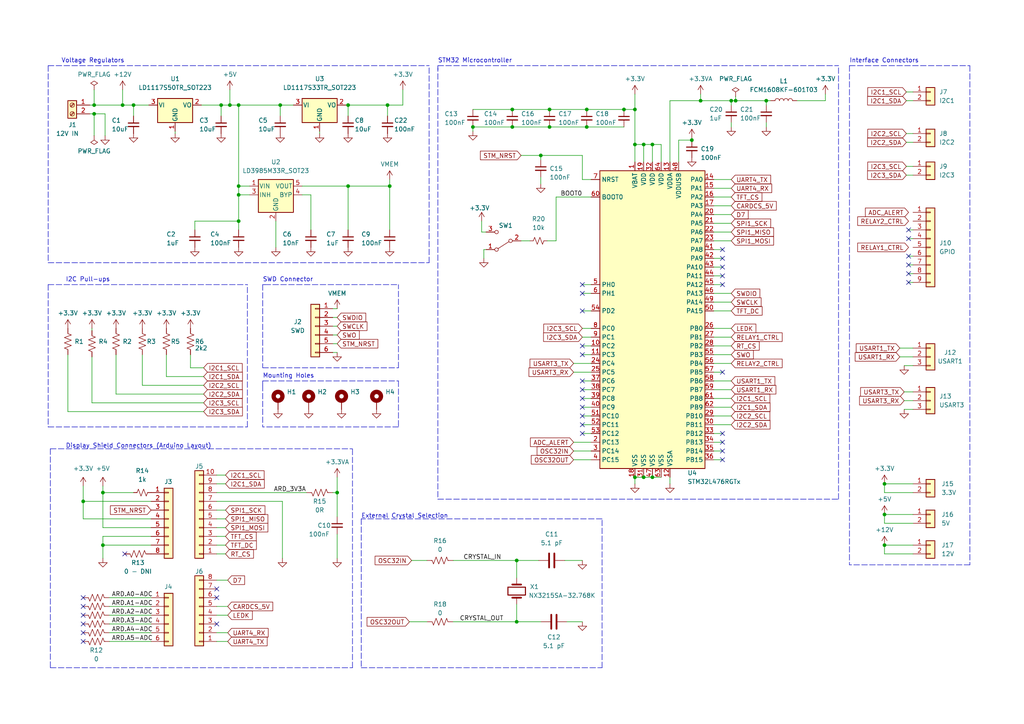
<source format=kicad_sch>
(kicad_sch (version 20211123) (generator eeschema)
  (paper "A4")
  (title_block (title "STM32L4 Breakout Board") (rev "1"))
  (junction (at 69.215 64.135))
  (junction (at 24.13 145.415))
  (junction (at 156.845 45.085))
  (junction (at 186.69 41.91))
  (junction (at 170.18 36.83))
  (junction (at 100.965 53.975))
  (junction (at 189.23 138.43))
  (junction (at 27.305 30.48))
  (junction (at 100.965 30.48))
  (junction (at 212.09 29.21))
  (junction (at 203.2 29.21))
  (junction (at 184.15 31.75))
  (junction (at 213.36 29.21))
  (junction (at 69.215 53.975))
  (junction (at 113.03 53.975))
  (junction (at 184.15 138.43))
  (junction (at 222.25 29.21))
  (junction (at 159.385 31.75))
  (junction (at 29.845 142.875))
  (junction (at 256.54 140.335))
  (junction (at 189.23 41.91))
  (junction (at 184.15 41.91))
  (junction (at 256.54 149.225))
  (junction (at 149.86 162.56))
  (junction (at 66.675 30.48))
  (junction (at 148.59 36.83))
  (junction (at 186.69 138.43))
  (junction (at 170.18 31.75))
  (junction (at 27.305 33.02))
  (junction (at 149.86 180.34))
  (junction (at 35.56 30.48))
  (junction (at 81.28 30.48))
  (junction (at 200.66 40.64))
  (junction (at 137.16 36.83))
  (junction (at 38.735 30.48))
  (junction (at 29.845 158.115))
  (junction (at 148.59 31.75))
  (junction (at 69.215 56.515))
  (junction (at 64.135 30.48))
  (junction (at 112.395 30.48))
  (junction (at 97.79 142.875))
  (junction (at 180.975 31.75))
  (junction (at 256.54 158.115))
  (junction (at 69.215 30.48))
  (junction (at 159.385 36.83))
  (no_connect (at 209.55 125.73))
  (no_connect (at 24.13 183.515))
  (no_connect (at 168.91 82.55))
  (no_connect (at 168.91 90.17))
  (no_connect (at 62.865 170.815))
  (no_connect (at 24.13 173.355))
  (no_connect (at 209.55 80.01))
  (no_connect (at 168.91 115.57))
  (no_connect (at 209.55 107.95))
  (no_connect (at 263.525 69.215))
  (no_connect (at 209.55 128.27))
  (no_connect (at 168.91 113.03))
  (no_connect (at 24.13 178.435))
  (no_connect (at 62.865 180.975))
  (no_connect (at 209.55 72.39))
  (no_connect (at 168.91 100.33))
  (no_connect (at 209.55 77.47))
  (no_connect (at 168.91 120.65))
  (no_connect (at 209.55 74.93))
  (no_connect (at 263.525 81.915))
  (no_connect (at 263.525 66.675))
  (no_connect (at 263.525 79.375))
  (no_connect (at 209.55 130.81))
  (no_connect (at 168.91 123.19))
  (no_connect (at 263.525 76.835))
  (no_connect (at 168.91 125.73))
  (no_connect (at 24.13 180.975))
  (no_connect (at 263.525 74.295))
  (no_connect (at 209.55 82.55))
  (no_connect (at 36.195 160.655))
  (no_connect (at 168.91 85.09))
  (no_connect (at 168.91 102.87))
  (no_connect (at 62.865 173.355))
  (no_connect (at 24.13 175.895))
  (no_connect (at 209.55 133.35))
  (no_connect (at 24.13 186.055))
  (no_connect (at 168.91 118.11))
  (no_connect (at 168.91 110.49))
  (polyline (pts (xy 127 19.05) (xy 127 144.78)))
  (wire (pts (xy 256.54 160.655) (xy 256.54 158.115)))
  (wire (pts (xy 207.01 115.57) (xy 212.09 115.57)))
  (wire (pts (xy 148.59 36.83) (xy 159.385 36.83)))
  (wire (pts (xy 31.75 175.895) (xy 43.815 175.895)))
  (polyline (pts (xy 115.57 110.49) (xy 115.57 123.825)))
  (wire (pts (xy 69.215 53.975) (xy 69.215 56.515)))
  (wire (pts (xy 30.48 33.02) (xy 30.48 39.37)))
  (wire (pts (xy 196.85 40.64) (xy 196.85 46.99)))
  (wire (pts (xy 31.75 180.975) (xy 43.815 180.975)))
  (polyline (pts (xy 13.97 19.05) (xy 124.46 19.05)))
  (polyline (pts (xy 174.625 193.675) (xy 174.625 150.495)))
  (wire (pts (xy 119.38 162.56) (xy 123.825 162.56)))
  (wire (pts (xy 168.91 52.07) (xy 168.91 45.085)))
  (polyline (pts (xy 76.835 82.55) (xy 76.2 82.55)))
  (polyline (pts (xy 127 144.78) (xy 243.205 144.78)))
  (wire (pts (xy 207.01 69.85) (xy 212.09 69.85)))
  (polyline (pts (xy 115.57 123.825) (xy 76.2 123.825)))
  (polyline (pts (xy 13.97 76.2) (xy 124.46 76.2)))
  (wire (pts (xy 212.09 29.21) (xy 212.09 30.48)))
  (wire (pts (xy 113.03 66.675) (xy 113.03 53.975)))
  (wire (pts (xy 64.135 30.48) (xy 64.135 33.655)))
  (wire (pts (xy 168.91 102.87) (xy 171.45 102.87)))
  (wire (pts (xy 43.815 150.495) (xy 24.13 150.495)))
  (wire (pts (xy 207.01 113.03) (xy 212.09 113.03)))
  (polyline (pts (xy 13.97 82.55) (xy 71.755 82.55)))
  (wire (pts (xy 207.01 107.95) (xy 209.55 107.95)))
  (wire (pts (xy 168.91 162.56) (xy 163.83 162.56)))
  (wire (pts (xy 159.385 31.75) (xy 170.18 31.75)))
  (wire (pts (xy 207.01 125.73) (xy 209.55 125.73)))
  (wire (pts (xy 149.86 180.34) (xy 131.445 180.34)))
  (wire (pts (xy 262.255 116.205) (xy 264.795 116.205)))
  (wire (pts (xy 62.865 158.115) (xy 65.405 158.115)))
  (wire (pts (xy 168.91 125.73) (xy 171.45 125.73)))
  (wire (pts (xy 27.305 33.02) (xy 27.305 39.37)))
  (wire (pts (xy 96.52 94.615) (xy 97.79 94.615)))
  (wire (pts (xy 19.685 119.38) (xy 19.685 102.87)))
  (wire (pts (xy 100.965 30.48) (xy 112.395 30.48)))
  (wire (pts (xy 149.86 162.56) (xy 149.86 167.64)))
  (wire (pts (xy 35.56 26.035) (xy 35.56 30.48)))
  (wire (pts (xy 207.01 87.63) (xy 212.09 87.63)))
  (wire (pts (xy 96.52 102.235) (xy 97.79 102.235)))
  (wire (pts (xy 151.13 45.085) (xy 156.845 45.085)))
  (wire (pts (xy 62.865 160.655) (xy 65.405 160.655)))
  (wire (pts (xy 189.23 41.91) (xy 191.77 41.91)))
  (wire (pts (xy 137.16 36.83) (xy 137.16 38.1)))
  (wire (pts (xy 26.035 30.48) (xy 27.305 30.48)))
  (wire (pts (xy 166.37 128.27) (xy 171.45 128.27)))
  (wire (pts (xy 262.89 48.26) (xy 264.795 48.26)))
  (wire (pts (xy 194.31 29.21) (xy 203.2 29.21)))
  (wire (pts (xy 264.795 160.655) (xy 256.54 160.655)))
  (wire (pts (xy 96.52 97.155) (xy 97.79 97.155)))
  (wire (pts (xy 149.86 175.26) (xy 149.86 180.34)))
  (polyline (pts (xy 102.235 193.675) (xy 102.235 130.175)))
  (wire (pts (xy 207.01 52.07) (xy 212.09 52.07)))
  (wire (pts (xy 184.15 41.91) (xy 186.69 41.91)))
  (wire (pts (xy 43.815 153.035) (xy 29.845 153.035)))
  (wire (pts (xy 59.055 114.3) (xy 33.655 114.3)))
  (wire (pts (xy 156.845 180.34) (xy 149.86 180.34)))
  (wire (pts (xy 35.56 30.48) (xy 38.735 30.48)))
  (wire (pts (xy 27.305 26.035) (xy 27.305 30.48)))
  (wire (pts (xy 213.36 29.21) (xy 222.25 29.21)))
  (polyline (pts (xy 124.46 76.2) (xy 124.46 19.05)))
  (wire (pts (xy 186.69 138.43) (xy 189.23 138.43)))
  (wire (pts (xy 166.37 105.41) (xy 171.45 105.41)))
  (wire (pts (xy 96.52 92.075) (xy 97.79 92.075)))
  (wire (pts (xy 56.515 66.675) (xy 56.515 64.135)))
  (wire (pts (xy 207.01 120.65) (xy 212.09 120.65)))
  (polyline (pts (xy 104.775 150.495) (xy 104.775 193.675)))
  (polyline (pts (xy 71.755 123.825) (xy 71.755 82.55)))
  (wire (pts (xy 207.01 74.93) (xy 209.55 74.93)))
  (wire (pts (xy 231.14 29.21) (xy 239.395 29.21)))
  (wire (pts (xy 263.525 69.215) (xy 264.795 69.215)))
  (wire (pts (xy 262.255 113.665) (xy 264.795 113.665)))
  (wire (pts (xy 213.36 27.94) (xy 213.36 29.21)))
  (wire (pts (xy 62.865 137.795) (xy 65.405 137.795)))
  (wire (pts (xy 96.52 99.695) (xy 97.79 99.695)))
  (wire (pts (xy 58.42 30.48) (xy 64.135 30.48)))
  (wire (pts (xy 168.91 115.57) (xy 171.45 115.57)))
  (wire (pts (xy 137.16 36.83) (xy 148.59 36.83)))
  (wire (pts (xy 81.915 145.415) (xy 81.915 161.925)))
  (wire (pts (xy 207.01 59.69) (xy 212.09 59.69)))
  (wire (pts (xy 184.15 31.75) (xy 184.15 41.91)))
  (wire (pts (xy 112.395 30.48) (xy 112.395 33.655)))
  (wire (pts (xy 161.29 69.85) (xy 161.29 57.15)))
  (wire (pts (xy 27.305 30.48) (xy 35.56 30.48)))
  (wire (pts (xy 262.89 26.67) (xy 264.795 26.67)))
  (wire (pts (xy 168.91 100.33) (xy 171.45 100.33)))
  (wire (pts (xy 207.01 72.39) (xy 209.55 72.39)))
  (wire (pts (xy 62.865 140.335) (xy 65.405 140.335)))
  (wire (pts (xy 100.33 30.48) (xy 100.965 30.48)))
  (wire (pts (xy 31.75 186.055) (xy 43.815 186.055)))
  (wire (pts (xy 264.795 106.045) (xy 262.255 106.045)))
  (wire (pts (xy 24.13 150.495) (xy 24.13 145.415)))
  (wire (pts (xy 65.405 147.955) (xy 62.865 147.955)))
  (wire (pts (xy 156.845 51.435) (xy 156.845 53.34)))
  (wire (pts (xy 139.7 64.135) (xy 139.7 67.31)))
  (wire (pts (xy 97.79 161.925) (xy 97.79 154.94)))
  (wire (pts (xy 62.865 175.895) (xy 66.04 175.895)))
  (wire (pts (xy 262.89 41.275) (xy 264.795 41.275)))
  (wire (pts (xy 26.035 33.02) (xy 27.305 33.02)))
  (wire (pts (xy 59.055 111.76) (xy 41.275 111.76)))
  (wire (pts (xy 69.215 30.48) (xy 69.215 53.975)))
  (polyline (pts (xy 76.2 110.49) (xy 76.2 111.76)))
  (wire (pts (xy 90.17 56.515) (xy 90.17 66.675)))
  (wire (pts (xy 168.91 82.55) (xy 171.45 82.55)))
  (wire (pts (xy 263.525 79.375) (xy 264.795 79.375)))
  (wire (pts (xy 256.54 149.225) (xy 264.795 149.225)))
  (wire (pts (xy 64.135 30.48) (xy 66.675 30.48)))
  (wire (pts (xy 168.91 123.19) (xy 171.45 123.19)))
  (wire (pts (xy 168.91 95.25) (xy 171.45 95.25)))
  (wire (pts (xy 239.395 27.305) (xy 239.395 29.21)))
  (wire (pts (xy 207.01 64.77) (xy 212.09 64.77)))
  (wire (pts (xy 207.01 67.31) (xy 212.09 67.31)))
  (wire (pts (xy 140.335 72.39) (xy 140.335 74.93)))
  (wire (pts (xy 189.23 138.43) (xy 191.77 138.43)))
  (polyline (pts (xy 13.97 123.825) (xy 71.755 123.825)))
  (wire (pts (xy 212.09 35.56) (xy 212.09 36.83)))
  (wire (pts (xy 69.215 53.975) (xy 72.39 53.975)))
  (wire (pts (xy 263.525 81.915) (xy 264.795 81.915)))
  (wire (pts (xy 116.84 30.48) (xy 116.84 26.035)))
  (wire (pts (xy 50.8 38.1) (xy 50.8 38.735)))
  (wire (pts (xy 43.815 145.415) (xy 24.13 145.415)))
  (wire (pts (xy 262.89 38.735) (xy 264.795 38.735)))
  (wire (pts (xy 207.01 100.33) (xy 212.09 100.33)))
  (wire (pts (xy 97.79 149.86) (xy 97.79 142.875)))
  (wire (pts (xy 59.055 109.22) (xy 48.26 109.22)))
  (wire (pts (xy 180.975 31.75) (xy 184.15 31.75)))
  (polyline (pts (xy 76.2 110.49) (xy 115.57 110.49)))
  (wire (pts (xy 203.2 29.21) (xy 212.09 29.21)))
  (wire (pts (xy 62.865 186.055) (xy 66.04 186.055)))
  (wire (pts (xy 62.865 178.435) (xy 66.04 178.435)))
  (wire (pts (xy 55.245 106.68) (xy 55.245 102.87)))
  (wire (pts (xy 256.54 140.335) (xy 264.795 140.335)))
  (polyline (pts (xy 115.57 106.68) (xy 115.57 82.55)))
  (wire (pts (xy 207.01 54.61) (xy 212.09 54.61)))
  (wire (pts (xy 262.89 50.8) (xy 264.795 50.8)))
  (wire (pts (xy 194.31 46.99) (xy 194.31 29.21)))
  (polyline (pts (xy 76.2 82.55) (xy 76.2 106.68)))
  (wire (pts (xy 80.01 64.135) (xy 80.01 71.755)))
  (wire (pts (xy 186.69 41.91) (xy 186.69 46.99)))
  (wire (pts (xy 260.985 100.965) (xy 264.795 100.965)))
  (polyline (pts (xy 104.775 193.675) (xy 174.625 193.675)))
  (wire (pts (xy 194.31 138.43) (xy 194.31 140.335)))
  (wire (pts (xy 200.66 40.64) (xy 196.85 40.64)))
  (wire (pts (xy 81.28 30.48) (xy 85.09 30.48)))
  (wire (pts (xy 96.52 142.875) (xy 97.79 142.875)))
  (wire (pts (xy 264.795 151.765) (xy 256.54 151.765)))
  (polyline (pts (xy 246.38 19.05) (xy 246.38 163.83)))
  (wire (pts (xy 159.385 36.83) (xy 170.18 36.83)))
  (wire (pts (xy 31.75 173.355) (xy 43.815 173.355)))
  (wire (pts (xy 207.01 102.87) (xy 212.09 102.87)))
  (polyline (pts (xy 13.97 19.05) (xy 13.97 76.2)))
  (wire (pts (xy 207.01 82.55) (xy 209.55 82.55)))
  (wire (pts (xy 170.18 31.75) (xy 180.975 31.75)))
  (polyline (pts (xy 76.2 106.68) (xy 115.57 106.68)))
  (wire (pts (xy 189.23 41.91) (xy 189.23 46.99)))
  (wire (pts (xy 256.54 151.765) (xy 256.54 149.225)))
  (wire (pts (xy 263.525 74.295) (xy 264.795 74.295)))
  (wire (pts (xy 158.75 69.85) (xy 161.29 69.85)))
  (wire (pts (xy 186.69 41.91) (xy 189.23 41.91)))
  (wire (pts (xy 43.815 155.575) (xy 29.845 155.575)))
  (wire (pts (xy 113.03 53.975) (xy 100.965 53.975)))
  (wire (pts (xy 140.97 72.39) (xy 140.335 72.39)))
  (wire (pts (xy 38.735 30.48) (xy 38.735 33.655)))
  (wire (pts (xy 69.215 56.515) (xy 72.39 56.515)))
  (wire (pts (xy 113.03 52.07) (xy 113.03 53.975)))
  (wire (pts (xy 29.845 142.875) (xy 38.735 142.875)))
  (wire (pts (xy 137.16 31.75) (xy 148.59 31.75)))
  (wire (pts (xy 264.795 158.115) (xy 256.54 158.115)))
  (wire (pts (xy 166.37 107.95) (xy 171.45 107.95)))
  (wire (pts (xy 168.91 180.34) (xy 164.465 180.34)))
  (polyline (pts (xy 243.205 144.78) (xy 243.205 19.05)))
  (wire (pts (xy 100.965 30.48) (xy 100.965 33.655)))
  (wire (pts (xy 207.01 57.15) (xy 212.09 57.15)))
  (wire (pts (xy 184.15 138.43) (xy 184.15 140.335)))
  (wire (pts (xy 184.15 27.305) (xy 184.15 31.75)))
  (wire (pts (xy 29.845 142.875) (xy 29.845 153.035)))
  (polyline (pts (xy 76.835 82.55) (xy 115.57 82.55)))
  (wire (pts (xy 264.795 142.875) (xy 256.54 142.875)))
  (wire (pts (xy 207.01 97.79) (xy 212.09 97.79)))
  (wire (pts (xy 207.01 130.81) (xy 209.55 130.81)))
  (wire (pts (xy 168.91 85.09) (xy 171.45 85.09)))
  (wire (pts (xy 97.79 138.43) (xy 97.79 142.875)))
  (wire (pts (xy 65.405 153.035) (xy 62.865 153.035)))
  (polyline (pts (xy 14.605 193.675) (xy 102.235 193.675)))
  (wire (pts (xy 222.25 29.21) (xy 222.25 30.48)))
  (wire (pts (xy 203.2 29.21) (xy 203.2 27.305)))
  (wire (pts (xy 29.845 155.575) (xy 29.845 158.115)))
  (polyline (pts (xy 281.305 19.05) (xy 281.305 163.83)))
  (wire (pts (xy 27.305 33.02) (xy 30.48 33.02)))
  (wire (pts (xy 87.63 56.515) (xy 90.17 56.515)))
  (wire (pts (xy 207.01 128.27) (xy 209.55 128.27)))
  (wire (pts (xy 29.845 158.115) (xy 29.845 161.925)))
  (wire (pts (xy 139.7 67.31) (xy 140.97 67.31)))
  (wire (pts (xy 184.15 46.99) (xy 184.15 41.91)))
  (wire (pts (xy 156.845 45.085) (xy 156.845 46.355)))
  (wire (pts (xy 263.525 66.675) (xy 264.795 66.675)))
  (wire (pts (xy 31.75 178.435) (xy 43.815 178.435)))
  (wire (pts (xy 168.91 113.03) (xy 171.45 113.03)))
  (wire (pts (xy 256.54 142.875) (xy 256.54 140.335)))
  (wire (pts (xy 207.01 77.47) (xy 209.55 77.47)))
  (wire (pts (xy 207.01 123.19) (xy 212.09 123.19)))
  (wire (pts (xy 207.01 110.49) (xy 212.09 110.49)))
  (wire (pts (xy 29.845 140.97) (xy 29.845 142.875)))
  (wire (pts (xy 59.055 106.68) (xy 55.245 106.68)))
  (wire (pts (xy 149.86 162.56) (xy 131.445 162.56)))
  (wire (pts (xy 222.25 29.21) (xy 223.52 29.21)))
  (wire (pts (xy 48.26 109.22) (xy 48.26 102.87)))
  (wire (pts (xy 69.215 30.48) (xy 81.28 30.48)))
  (wire (pts (xy 207.01 133.35) (xy 209.55 133.35)))
  (polyline (pts (xy 281.305 163.83) (xy 246.38 163.83)))
  (wire (pts (xy 33.655 114.3) (xy 33.655 102.87)))
  (wire (pts (xy 31.75 183.515) (xy 43.815 183.515)))
  (wire (pts (xy 87.63 53.975) (xy 100.965 53.975)))
  (wire (pts (xy 168.91 120.65) (xy 171.45 120.65)))
  (wire (pts (xy 66.675 30.48) (xy 69.215 30.48)))
  (wire (pts (xy 59.055 119.38) (xy 19.685 119.38)))
  (polyline (pts (xy 14.605 130.175) (xy 102.235 130.175)))
  (wire (pts (xy 62.865 142.875) (xy 88.9 142.875)))
  (wire (pts (xy 118.745 180.34) (xy 123.825 180.34)))
  (wire (pts (xy 166.37 130.81) (xy 171.45 130.81)))
  (wire (pts (xy 207.01 90.17) (xy 212.09 90.17)))
  (wire (pts (xy 168.91 45.085) (xy 156.845 45.085)))
  (wire (pts (xy 207.01 118.11) (xy 212.09 118.11)))
  (wire (pts (xy 41.275 111.76) (xy 41.275 102.87)))
  (wire (pts (xy 26.67 116.84) (xy 26.67 103.505)))
  (wire (pts (xy 168.91 90.17) (xy 171.45 90.17)))
  (polyline (pts (xy 237.49 19.05) (xy 243.205 19.05)))
  (wire (pts (xy 170.18 36.83) (xy 180.975 36.83)))
  (wire (pts (xy 207.01 95.25) (xy 212.09 95.25)))
  (wire (pts (xy 56.515 64.135) (xy 69.215 64.135)))
  (polyline (pts (xy 246.38 19.05) (xy 281.305 19.05)))
  (wire (pts (xy 168.91 118.11) (xy 171.45 118.11)))
  (wire (pts (xy 62.865 145.415) (xy 81.915 145.415)))
  (polyline (pts (xy 127 19.05) (xy 237.49 19.05)))
  (wire (pts (xy 168.91 52.07) (xy 171.45 52.07)))
  (wire (pts (xy 81.28 30.48) (xy 81.28 33.655)))
  (wire (pts (xy 207.01 80.01) (xy 209.55 80.01)))
  (polyline (pts (xy 14.605 130.175) (xy 14.605 193.675)))
  (wire (pts (xy 222.25 35.56) (xy 222.25 36.83)))
  (wire (pts (xy 168.91 110.49) (xy 171.45 110.49)))
  (wire (pts (xy 62.865 168.275) (xy 66.04 168.275)))
  (wire (pts (xy 168.91 97.79) (xy 171.45 97.79)))
  (wire (pts (xy 66.675 26.035) (xy 66.675 30.48)))
  (wire (pts (xy 200.66 40.005) (xy 200.66 40.64)))
  (wire (pts (xy 191.77 41.91) (xy 191.77 46.99)))
  (wire (pts (xy 65.405 150.495) (xy 62.865 150.495)))
  (wire (pts (xy 69.215 56.515) (xy 69.215 64.135)))
  (polyline (pts (xy 13.97 82.55) (xy 13.97 123.825)))
  (wire (pts (xy 62.865 183.515) (xy 66.04 183.515)))
  (wire (pts (xy 207.01 85.09) (xy 212.09 85.09)))
  (wire (pts (xy 151.13 69.85) (xy 153.67 69.85)))
  (wire (pts (xy 100.965 53.975) (xy 100.965 66.675)))
  (wire (pts (xy 207.01 62.23) (xy 212.09 62.23)))
  (wire (pts (xy 260.985 103.505) (xy 264.795 103.505)))
  (polyline (pts (xy 76.2 111.76) (xy 76.2 123.825)))
  (polyline (pts (xy 127 20.32) (xy 127 19.685)))
  (wire (pts (xy 69.215 64.135) (xy 69.215 66.675)))
  (wire (pts (xy 263.525 76.835) (xy 264.795 76.835)))
  (wire (pts (xy 161.29 57.15) (xy 171.45 57.15)))
  (wire (pts (xy 38.735 30.48) (xy 43.18 30.48)))
  (wire (pts (xy 148.59 31.75) (xy 159.385 31.75)))
  (wire (pts (xy 26.67 95.885) (xy 26.67 95.25)))
  (wire (pts (xy 166.37 133.35) (xy 171.45 133.35)))
  (wire (pts (xy 212.09 29.21) (xy 213.36 29.21)))
  (wire (pts (xy 112.395 30.48) (xy 116.84 30.48)))
  (wire (pts (xy 184.15 138.43) (xy 186.69 138.43)))
  (polyline (pts (xy 174.625 150.495) (xy 104.775 150.495)))
  (wire (pts (xy 62.865 155.575) (xy 65.405 155.575)))
  (wire (pts (xy 92.71 38.1) (xy 92.71 38.735)))
  (wire (pts (xy 262.255 118.745) (xy 264.795 118.745)))
  (wire (pts (xy 207.01 105.41) (xy 212.09 105.41)))
  (wire (pts (xy 59.055 116.84) (xy 26.67 116.84)))
  (wire (pts (xy 43.815 158.115) (xy 29.845 158.115)))
  (wire (pts (xy 24.13 145.415) (xy 24.13 140.97)))
  (wire (pts (xy 156.21 162.56) (xy 149.86 162.56)))
  (wire (pts (xy 262.89 29.21) (xy 264.795 29.21)))
  (wire (pts (xy 96.52 89.535) (xy 97.79 89.535)))
  (text "Voltage Regulators" (at 17.78 18.415 0) (effects (font (size 1.27 1.27)) (justify left bottom)))
  (text "Interface Connectors" (at 246.38 18.415 0) (effects (font (size 1.27 1.27)) (justify left bottom)))
  (text "STM32 Microcontroller" (at 127 18.415 0) (effects (font (size 1.27 1.27)) (justify left bottom)))
  (text "External Crystal Selection" (at 104.775 150.495 0) (effects (font (size 1.27 1.27)) (justify left bottom)))
  (text "Display Shield Connectors (Arduino Layout)\n" (at 19.05 130.175 0) (effects (font (size 1.27 1.27)) (justify left bottom)))
  (text "Mounting Holes" (at 76.2 109.855 0) (effects (font (size 1.27 1.27)) (justify left bottom)))
  (text "I2C Pull-ups" (at 19.05 81.915 0) (effects (font (size 1.27 1.27)) (justify left bottom)))
  (text "SWD Connector\n" (at 76.2 81.915 0) (effects (font (size 1.27 1.27)) (justify left bottom)))
  (label "ARD.A4-ADC" (at 32.385 183.515 0))
  (label "CRYSTAL_OUT" (at 146.05 180.34 180))
  (label "ARD_3V3A" (at 79.375 142.875 0))
  (label "CRYSTAL_IN" (at 145.415 162.56 180))
  (label "ARD.A0-ADC" (at 32.385 173.355 0))
  (label "ARD.A1-ADC" (at 32.385 175.895 0))
  (label "ARD.A3-ADC" (at 32.385 180.975 0))
  (label "ARD.A5-ADC" (at 32.385 186.055 0))
  (label "ARD.A2-ADC" (at 32.385 178.435 0))
  (label "BOOT0" (at 162.56 57.15 0))
  (global_label "RELAY1_CTRL" (shape input) (at 263.525 71.755 180) (property "Intersheet References" "${INTERSHEET_REFS}" (effects hide)))
  (global_label "OSC32IN" (shape input) (at 119.38 162.56 180) (property "Intersheet References" "${INTERSHEET_REFS}" (effects hide)))
  (global_label "TFT_CS" (shape input) (at 65.405 155.575 0) (property "Intersheet References" "${INTERSHEET_REFS}" (effects hide)))
  (global_label "ADC_ALERT" (shape input) (at 166.37 128.27 180) (property "Intersheet References" "${INTERSHEET_REFS}" (effects hide)))
  (global_label "OSC32OUT" (shape input) (at 118.745 180.34 180) (property "Intersheet References" "${INTERSHEET_REFS}" (effects hide)))
  (global_label "UART4_RX" (shape input) (at 212.09 54.61 0) (property "Intersheet References" "${INTERSHEET_REFS}" (effects hide)))
  (global_label "I2C1_SDA" (shape input) (at 212.09 118.11 0) (property "Intersheet References" "${INTERSHEET_REFS}" (effects hide)))
  (global_label "RELAY2_CTRL" (shape input) (at 263.525 64.135 180) (property "Intersheet References" "${INTERSHEET_REFS}" (effects hide)))
  (global_label "STM_NRST" (shape input) (at 97.79 99.695 0) (property "Intersheet References" "${INTERSHEET_REFS}" (effects hide)))
  (global_label "I2C2_SDA" (shape input) (at 262.89 41.275 180) (property "Intersheet References" "${INTERSHEET_REFS}" (effects hide)))
  (global_label "CARDCS_5V" (shape input) (at 66.04 175.895 0) (property "Intersheet References" "${INTERSHEET_REFS}" (effects hide)))
  (global_label "I2C3_SDA" (shape input) (at 262.89 50.8 180) (property "Intersheet References" "${INTERSHEET_REFS}" (effects hide)))
  (global_label "D7" (shape input) (at 66.04 168.275 0) (property "Intersheet References" "${INTERSHEET_REFS}" (effects hide)))
  (global_label "SPI1_MISO" (shape input) (at 212.09 67.31 0) (property "Intersheet References" "${INTERSHEET_REFS}" (effects hide)))
  (global_label "SPI1_SCK" (shape input) (at 65.405 147.955 0) (property "Intersheet References" "${INTERSHEET_REFS}" (effects hide)))
  (global_label "SWCLK" (shape input) (at 212.09 87.63 0) (property "Intersheet References" "${INTERSHEET_REFS}" (effects hide)))
  (global_label "I2C1_SCL" (shape input) (at 262.89 26.67 180) (property "Intersheet References" "${INTERSHEET_REFS}" (effects hide)))
  (global_label "SPI1_MISO" (shape input) (at 65.405 150.495 0) (property "Intersheet References" "${INTERSHEET_REFS}" (effects hide)))
  (global_label "USART1_TX" (shape input) (at 212.09 110.49 0) (property "Intersheet References" "${INTERSHEET_REFS}" (effects hide)))
  (global_label "USART3_TX" (shape input) (at 262.255 113.665 180) (property "Intersheet References" "${INTERSHEET_REFS}" (effects hide)))
  (global_label "I2C2_SDA" (shape input) (at 59.055 114.3 0) (property "Intersheet References" "${INTERSHEET_REFS}" (effects hide)))
  (global_label "USART3_RX" (shape input) (at 166.37 107.95 180) (property "Intersheet References" "${INTERSHEET_REFS}" (effects hide)))
  (global_label "SPI1_MOSI" (shape input) (at 212.09 69.85 0) (property "Intersheet References" "${INTERSHEET_REFS}" (effects hide)))
  (global_label "SWDIO" (shape input) (at 212.09 85.09 0) (property "Intersheet References" "${INTERSHEET_REFS}" (effects hide)))
  (global_label "SWDIO" (shape input) (at 97.79 92.075 0) (property "Intersheet References" "${INTERSHEET_REFS}" (effects hide)))
  (global_label "RT_CS" (shape input) (at 65.405 160.655 0) (property "Intersheet References" "${INTERSHEET_REFS}" (effects hide)))
  (global_label "TFT_DC" (shape input) (at 65.405 158.115 0) (property "Intersheet References" "${INTERSHEET_REFS}" (effects hide)))
  (global_label "UART4_TX" (shape input) (at 66.04 186.055 0) (property "Intersheet References" "${INTERSHEET_REFS}" (effects hide)))
  (global_label "USART3_RX" (shape input) (at 262.255 116.205 180) (property "Intersheet References" "${INTERSHEET_REFS}" (effects hide)))
  (global_label "RT_CS" (shape input) (at 212.09 100.33 0) (property "Intersheet References" "${INTERSHEET_REFS}" (effects hide)))
  (global_label "I2C1_SDA" (shape input) (at 65.405 140.335 0) (property "Intersheet References" "${INTERSHEET_REFS}" (effects hide)))
  (global_label "SWCLK" (shape input) (at 97.79 94.615 0) (property "Intersheet References" "${INTERSHEET_REFS}" (effects hide)))
  (global_label "RELAY1_CTRL" (shape input) (at 212.09 97.79 0) (property "Intersheet References" "${INTERSHEET_REFS}" (effects hide)))
  (global_label "I2C1_SCL" (shape input) (at 65.405 137.795 0) (property "Intersheet References" "${INTERSHEET_REFS}" (effects hide)))
  (global_label "I2C2_SCL" (shape input) (at 262.89 38.735 180) (property "Intersheet References" "${INTERSHEET_REFS}" (effects hide)))
  (global_label "OSC32OUT" (shape input) (at 166.37 133.35 180) (property "Intersheet References" "${INTERSHEET_REFS}" (effects hide)))
  (global_label "I2C1_SCL" (shape input) (at 59.055 106.68 0) (property "Intersheet References" "${INTERSHEET_REFS}" (effects hide)))
  (global_label "UART4_RX" (shape input) (at 66.04 183.515 0) (property "Intersheet References" "${INTERSHEET_REFS}" (effects hide)))
  (global_label "I2C3_SCL" (shape input) (at 262.89 48.26 180) (property "Intersheet References" "${INTERSHEET_REFS}" (effects hide)))
  (global_label "I2C2_SCL" (shape input) (at 212.09 120.65 0) (property "Intersheet References" "${INTERSHEET_REFS}" (effects hide)))
  (global_label "SPI1_MOSI" (shape input) (at 65.405 153.035 0) (property "Intersheet References" "${INTERSHEET_REFS}" (effects hide)))
  (global_label "RELAY2_CTRL" (shape input) (at 212.09 105.41 0) (property "Intersheet References" "${INTERSHEET_REFS}" (effects hide)))
  (global_label "USART1_RX" (shape input) (at 212.09 113.03 0) (property "Intersheet References" "${INTERSHEET_REFS}" (effects hide)))
  (global_label "SPI1_SCK" (shape input) (at 212.09 64.77 0) (property "Intersheet References" "${INTERSHEET_REFS}" (effects hide)))
  (global_label "I2C3_SDA" (shape input) (at 59.055 119.38 0) (property "Intersheet References" "${INTERSHEET_REFS}" (effects hide)))
  (global_label "USART1_TX" (shape input) (at 260.985 100.965 180) (property "Intersheet References" "${INTERSHEET_REFS}" (effects hide)))
  (global_label "LEDK" (shape input) (at 212.09 95.25 0) (property "Intersheet References" "${INTERSHEET_REFS}" (effects hide)))
  (global_label "LEDK" (shape input) (at 66.04 178.435 0) (property "Intersheet References" "${INTERSHEET_REFS}" (effects hide)))
  (global_label "I2C3_SCL" (shape input) (at 168.91 95.25 180) (property "Intersheet References" "${INTERSHEET_REFS}" (effects hide)))
  (global_label "ADC_ALERT" (shape input) (at 263.525 61.595 180) (property "Intersheet References" "${INTERSHEET_REFS}" (effects hide)))
  (global_label "OSC32IN" (shape input) (at 166.37 130.81 180) (property "Intersheet References" "${INTERSHEET_REFS}" (effects hide)))
  (global_label "I2C3_SCL" (shape input) (at 59.055 116.84 0) (property "Intersheet References" "${INTERSHEET_REFS}" (effects hide)))
  (global_label "D7" (shape input) (at 212.09 62.23 0) (property "Intersheet References" "${INTERSHEET_REFS}" (effects hide)))
  (global_label "USART1_RX" (shape input) (at 260.985 103.505 180) (property "Intersheet References" "${INTERSHEET_REFS}" (effects hide)))
  (global_label "TFT_DC" (shape input) (at 212.09 90.17 0) (property "Intersheet References" "${INTERSHEET_REFS}" (effects hide)))
  (global_label "I2C2_SCL" (shape input) (at 59.055 111.76 0) (property "Intersheet References" "${INTERSHEET_REFS}" (effects hide)))
  (global_label "STM_NRST" (shape input) (at 151.13 45.085 180) (property "Intersheet References" "${INTERSHEET_REFS}" (effects hide)))
  (global_label "STM_NRST" (shape input) (at 43.815 147.955 180) (property "Intersheet References" "${INTERSHEET_REFS}" (effects hide)))
  (global_label "USART3_TX" (shape input) (at 166.37 105.41 180) (property "Intersheet References" "${INTERSHEET_REFS}" (effects hide)))
  (global_label "UART4_TX" (shape input) (at 212.09 52.07 0) (property "Intersheet References" "${INTERSHEET_REFS}" (effects hide)))
  (global_label "TFT_CS" (shape input) (at 212.09 57.15 0) (property "Intersheet References" "${INTERSHEET_REFS}" (effects hide)))
  (global_label "I2C2_SDA" (shape input) (at 212.09 123.19 0) (property "Intersheet References" "${INTERSHEET_REFS}" (effects hide)))
  (global_label "I2C3_SDA" (shape input) (at 168.91 97.79 180) (property "Intersheet References" "${INTERSHEET_REFS}" (effects hide)))
  (global_label "I2C1_SCL" (shape input) (at 212.09 115.57 0) (property "Intersheet References" "${INTERSHEET_REFS}" (effects hide)))
  (global_label "SWO" (shape input) (at 97.79 97.155 0) (property "Intersheet References" "${INTERSHEET_REFS}" (effects hide)))
  (global_label "SWO" (shape input) (at 212.09 102.87 0) (property "Intersheet References" "${INTERSHEET_REFS}" (effects hide)))
  (global_label "CARDCS_5V" (shape input) (at 212.09 59.69 0) (property "Intersheet References" "${INTERSHEET_REFS}" (effects hide)))
  (global_label "I2C1_SDA" (shape input) (at 262.89 29.21 180) (property "Intersheet References" "${INTERSHEET_REFS}" (effects hide)))
  (global_label "I2C1_SDA" (shape input) (at 59.055 109.22 0) (property "Intersheet References" "${INTERSHEET_REFS}" (effects hide)))
  (symbol (lib_id "Connector_Generic:Conn_01x02") (at 269.875 48.26 0) (unit 1)
    (property "Reference" "J9" (at 272.415 48.2599 0) (effects (justify left)))
    (property "Value" "I2C3" (at 272.415 50.7999 0) (effects (justify left)))
    (property "Footprint" "Connector_PinHeader_2.54mm:PinHeader_1x02_P2.54mm_Vertical" (effects hide))
  )
  (symbol (lib_id "power:GND") (at 56.515 71.755 0) (unit 1)
    (property "Reference" "#PWR05" (effects hide))
    (property "Value" "GND" (effects hide))
  )
  (symbol (lib_id "Device:R_Small_US") (at 156.21 69.85 90) (unit 1)
    (property "Reference" "R20" (at 156.21 63.5 90))
    (property "Value" "10k" (at 156.21 66.04 90))
    (property "Footprint" "Resistor_SMD:R_0603_1608Metric" (effects hide))
  )
  (symbol (lib_id "Device:C_Small") (at 222.25 33.02 0) (unit 1)
    (property "Reference" "C21" (at 214.63 31.75 0) (effects (justify left)))
    (property "Value" "100nF" (at 214.63 34.29 0) (effects (justify left)))
    (property "Footprint" "Capacitor_SMD:C_0603_1608Metric" (effects hide))
  )
  (symbol (lib_id "power:+3.3V") (at 41.275 95.25 0) (unit 1)
    (property "Reference" "#PWR019" (effects hide))
    (property "Value" "+3.3V" (at 41.275 90.805 0))
  )
  (symbol (lib_id "Device:C_Small") (at 56.515 69.215 0) (unit 1)
    (property "Reference" "C2" (at 48.26 67.945 0) (effects (justify left)))
    (property "Value" "1uF" (at 48.26 70.485 0) (effects (justify left)))
    (property "Footprint" "Capacitor_SMD:C_0805_2012Metric" (effects hide))
  )
  (symbol (lib_id "power:GND") (at 30.48 39.37 0) (unit 1)
    (property "Reference" "#PWR01" (effects hide))
    (property "Value" "GND" (effects hide))
  )
  (symbol (lib_id "power:+3.3V") (at 26.67 95.25 0) (unit 1)
    (property "Reference" "#PWR055" (effects hide))
    (property "Value" "+3.3V" (at 26.67 90.805 0))
  )
  (symbol (lib_id "Device:C_Small") (at 156.845 48.895 0) (unit 1)
    (property "Reference" "C15" (at 159.385 48.895 0) (effects (justify left)))
    (property "Value" "100nF" (at 159.385 51.435 0) (effects (justify left)))
    (property "Footprint" "Capacitor_SMD:C_0603_1608Metric" (effects hide))
  )
  (symbol (lib_id "Device:R_US") (at 127.635 180.34 270) (mirror x) (unit 1)
    (property "Reference" "R18" (at 127.635 175.26 90))
    (property "Value" "0" (at 127.635 177.8 90))
    (property "Footprint" "Resistor_SMD:R_0402_1005Metric" (effects hide))
  )
  (symbol (lib_id "power:GND") (at 81.915 161.925 0) (unit 1)
    (property "Reference" "#PWR025" (effects hide))
    (property "Value" "GND" (effects hide))
  )
  (symbol (lib_id "power:+3.3V") (at 256.54 140.335 0) (unit 1)
    (property "Reference" "#PWR045" (effects hide))
    (property "Value" "+3.3V" (at 256.54 135.89 0))
  )
  (symbol (lib_id "Regulator_Linear:LD1117S50TR_SOT223") (at 50.8 30.48 0) (unit 1)
    (property "Reference" "U1" (at 50.8 22.86 0))
    (property "Value" "LD1117S50TR_SOT223" (at 50.8 25.4 0))
    (property "Footprint" "Package_TO_SOT_SMD:SOT-223-3_TabPin2" (effects hide))
    (property "Datasheet" "http://www.st.com/st-web-ui/static/active/en/resource/technical/document/datasheet/CD00000544.pdf" (effects hide))
  )
  (symbol (lib_id "power:PWR_FLAG") (at 27.305 26.035 0) (unit 1)
    (property "Reference" "#FLG01" (effects hide))
    (property "Value" "PWR_FLAG" (at 27.305 21.59 0))
  )
  (symbol (lib_id "Device:R_US") (at 27.94 175.895 270) (mirror x) (unit 1) (in_bom no)
    (property "Reference" "R8" (effects hide))
    (property "Value" "0 - DNI" (effects hide))
    (property "Footprint" "Resistor_SMD:R_0603_1608Metric" (effects hide))
  )
  (symbol (lib_id "power:GND") (at 113.03 71.755 0) (unit 1)
    (property "Reference" "#PWR017" (effects hide))
    (property "Value" "GND" (effects hide))
  )
  (symbol (lib_id "Device:R_US") (at 55.245 99.06 0) (unit 1)
    (property "Reference" "R6" (at 56.515 99.06 0) (effects (justify left)))
    (property "Value" "2k2" (at 56.515 100.965 0) (effects (justify left)))
    (property "Footprint" "Resistor_SMD:R_0603_1608Metric" (effects hide))
  )
  (symbol (lib_id "Connector_Generic:Conn_01x08") (at 57.785 178.435 180) (unit 1)
    (property "Reference" "J6" (at 57.785 165.735 0))
    (property "Value" "Conn_01x08" (effects hide))
    (property "Footprint" "Connector_PinSocket_2.54mm:PinSocket_1x08_P2.54mm_Vertical" (effects hide))
  )
  (symbol (lib_id "power:+5V") (at 66.675 26.035 0) (unit 1)
    (property "Reference" "#PWR07" (effects hide))
    (property "Value" "+5V" (at 66.675 21.59 0))
  )
  (symbol (lib_id "power:GND") (at 156.845 53.34 0) (unit 1)
    (property "Reference" "#PWR033" (effects hide))
    (property "Value" "GND" (effects hide))
  )
  (symbol (lib_id "Device:R_US") (at 92.71 142.875 270) (mirror x) (unit 1) (in_bom no)
    (property "Reference" "R15" (at 92.71 145.415 90))
    (property "Value" "0R" (at 92.71 147.955 90))
    (property "Footprint" "Resistor_SMD:R_0603_1608Metric" (effects hide))
  )
  (symbol (lib_id "power:GND") (at 97.79 161.925 0) (unit 1)
    (property "Reference" "#PWR027" (effects hide))
    (property "Value" "GND" (effects hide))
  )
  (symbol (lib_id "Device:R_US") (at 48.26 99.06 0) (unit 1)
    (property "Reference" "R5" (at 49.53 99.06 0) (effects (justify left)))
    (property "Value" "2k2" (effects hide))
    (property "Footprint" "Resistor_SMD:R_0603_1608Metric" (effects hide))
  )
  (symbol (lib_id "Device:R_US") (at 27.94 178.435 270) (mirror x) (unit 1) (in_bom no)
    (property "Reference" "R9" (effects hide))
    (property "Value" "0 - DNI" (effects hide))
    (property "Footprint" "Resistor_SMD:R_0603_1608Metric" (effects hide))
  )
  (symbol (lib_id "power:+3.3V") (at 19.685 95.25 0) (unit 1)
    (property "Reference" "#PWR054" (effects hide))
    (property "Value" "+3.3V" (at 19.685 90.805 0))
  )
  (symbol (lib_id "power:GND") (at 80.645 118.745 0) (unit 1)
    (property "Reference" "#PWR048" (effects hide))
    (property "Value" "GND" (effects hide))
  )
  (symbol (lib_id "power:GND") (at 100.965 71.755 0) (unit 1)
    (property "Reference" "#PWR013" (effects hide))
    (property "Value" "GND" (effects hide))
  )
  (symbol (lib_id "Regulator_Linear:LD1117S33TR_SOT223") (at 92.71 30.48 0) (unit 1)
    (property "Reference" "U3" (at 92.71 22.86 0))
    (property "Value" "LD1117S33TR_SOT223" (at 92.71 25.4 0))
    (property "Footprint" "Package_TO_SOT_SMD:SOT-223-3_TabPin2" (effects hide))
    (property "Datasheet" "http://www.st.com/st-web-ui/static/active/en/resource/technical/document/datasheet/CD00000544.pdf" (effects hide))
  )
  (symbol (lib_id "Connector_Generic:Conn_01x02") (at 269.875 149.225 0) (unit 1)
    (property "Reference" "J16" (at 273.05 149.2249 0) (effects (justify left)))
    (property "Value" "5V" (at 273.05 151.7649 0) (effects (justify left)))
    (property "Footprint" "Connector_PinHeader_2.54mm:PinHeader_1x02_P2.54mm_Vertical" (effects hide))
  )
  (symbol (lib_id "power:VMEM") (at 113.03 52.07 0) (unit 1)
    (property "Reference" "#PWR016" (effects hide))
    (property "Value" "VMEM" (at 113.03 47.625 0))
  )
  (symbol (lib_id "Device:R_US") (at 40.005 160.655 270) (mirror x) (unit 1) (in_bom no)
    (property "Reference" "R13" (at 40.005 163.195 90))
    (property "Value" "0 - DNI" (at 40.005 165.735 90))
    (property "Footprint" "Resistor_SMD:R_0603_1608Metric" (effects hide))
  )
  (symbol (lib_id "Mechanical:MountingHole_Pad") (at 99.06 116.205 0) (unit 1)
    (property "Reference" "H3" (at 101.6 113.6649 0) (effects (justify left)))
    (property "Value" "MountingHole_Pad" (effects hide))
    (property "Footprint" "MountingHole:MountingHole_3.2mm_M3_DIN965_Pad_TopOnly" (effects hide))
  )
  (symbol (lib_id "Device:C_Small") (at 200.66 43.18 0) (unit 1)
    (property "Reference" "C19" (at 203.2 43.18 0) (effects (justify left)))
    (property "Value" "100nF" (at 203.2 45.72 0) (effects (justify left)))
    (property "Footprint" "Capacitor_SMD:C_0603_1608Metric" (effects hide))
  )
  (symbol (lib_id "power:+5V") (at 29.845 140.97 0) (unit 1)
    (property "Reference" "#PWR023" (effects hide))
    (property "Value" "+5V" (at 29.845 135.89 0))
  )
  (symbol (lib_id "power:+3.3V") (at 33.655 95.25 0) (unit 1)
    (property "Reference" "#PWR018" (effects hide))
    (property "Value" "+3.3V" (at 33.655 90.805 0))
  )
  (symbol (lib_id "Device:C_Small") (at 137.16 34.29 0) (unit 1)
    (property "Reference" "C13" (at 128.905 33.02 0) (effects (justify left)))
    (property "Value" "100nF" (at 128.905 35.56 0) (effects (justify left)))
    (property "Footprint" "Capacitor_SMD:C_0603_1608Metric" (effects hide))
  )
  (symbol (lib_id "Device:Crystal") (at 149.86 171.45 270) (mirror x) (unit 1)
    (property "Reference" "X1" (at 153.67 170.18 90) (effects (justify left)))
    (property "Value" "NX3215SA-32.768K" (at 172.72 172.72 90) (effects (justify right)))
    (property "Footprint" "Crystal:Crystal_SMD_3215-2Pin_3.2x1.5mm" (effects hide))
  )
  (symbol (lib_id "power:PWR_FLAG") (at 213.36 27.94 0) (unit 1)
    (property "Reference" "#FLG0101" (effects hide))
    (property "Value" "PWR_FLAG" (at 213.36 22.86 0))
  )
  (symbol (lib_id "Device:C_Small") (at 148.59 34.29 0) (unit 1)
    (property "Reference" "C14" (at 140.335 33.02 0) (effects (justify left)))
    (property "Value" "100nF" (at 140.335 35.56 0) (effects (justify left)))
    (property "Footprint" "Capacitor_SMD:C_0603_1608Metric" (effects hide))
  )
  (symbol (lib_id "power:+3.3VA") (at 203.2 27.305 0) (unit 1)
    (property "Reference" "#PWR036" (effects hide))
    (property "Value" "+3.3VA" (at 203.2 22.86 0))
  )
  (symbol (lib_id "Device:R_US") (at 27.94 180.975 270) (mirror x) (unit 1) (in_bom no)
    (property "Reference" "R10" (effects hide))
    (property "Value" "0 - DNI" (effects hide))
    (property "Footprint" "Resistor_SMD:R_0603_1608Metric" (effects hide))
  )
  (symbol (lib_id "power:GND") (at 112.395 38.735 0) (unit 1)
    (property "Reference" "#PWR044" (effects hide))
    (property "Value" "GND" (effects hide))
  )
  (symbol (lib_id "Device:C_Small") (at 100.965 69.215 0) (unit 1)
    (property "Reference" "C7" (at 94.615 67.945 0) (effects (justify left)))
    (property "Value" "1uF" (at 94.615 70.485 0) (effects (justify left)))
    (property "Footprint" "Capacitor_SMD:C_0805_2012Metric" (effects hide))
  )
  (symbol (lib_id "power:GND") (at 262.255 118.745 0) (unit 1)
    (property "Reference" "#PWR042" (effects hide))
    (property "Value" "GND" (effects hide))
  )
  (symbol (lib_id "power:+3.3V") (at 55.245 95.25 0) (unit 1)
    (property "Reference" "#PWR053" (effects hide))
    (property "Value" "+3.3V" (at 55.245 90.805 0))
  )
  (symbol (lib_id "power:GND") (at 168.91 180.34 0) (mirror y) (unit 1)
    (property "Reference" "#PWR029" (effects hide))
    (property "Value" "GND" (effects hide))
  )
  (symbol (lib_id "Device:C_Small") (at 97.79 152.4 0) (unit 1)
    (property "Reference" "C10" (at 92.075 152.4 0) (effects (justify left)))
    (property "Value" "100nF" (at 89.535 154.94 0) (effects (justify left)))
    (property "Footprint" "Capacitor_SMD:C_0603_1608Metric" (effects hide))
  )
  (symbol (lib_id "power:GND") (at 168.91 162.56 0) (mirror y) (unit 1)
    (property "Reference" "#PWR028" (effects hide))
    (property "Value" "GND" (effects hide))
  )
  (symbol (lib_id "Device:L") (at 227.33 29.21 90) (unit 1)
    (property "Reference" "L1" (at 227.33 23.495 90))
    (property "Value" "FCM1608KF-601T03" (at 227.33 26.035 90))
    (property "Footprint" "Inductor_SMD:L_0603_1608Metric" (effects hide))
  )
  (symbol (lib_id "power:GND") (at 80.01 71.755 0) (unit 1)
    (property "Reference" "#PWR09" (effects hide))
    (property "Value" "GND" (effects hide))
  )
  (symbol (lib_id "power:GND") (at 29.845 161.925 0) (unit 1)
    (property "Reference" "#PWR024" (effects hide))
    (property "Value" "GND" (effects hide))
  )
  (symbol (lib_id "Device:C_Small") (at 159.385 34.29 0) (unit 1)
    (property "Reference" "C16" (at 151.13 33.02 0) (effects (justify left)))
    (property "Value" "100nF" (at 151.13 35.56 0) (effects (justify left)))
    (property "Footprint" "Capacitor_SMD:C_0603_1608Metric" (effects hide))
  )
  (symbol (lib_id "MCU_ST_STM32L4:STM32L476RGTx") (at 189.23 92.71 0) (unit 1)
    (property "Reference" "U4" (at 199.39 137.16 0) (effects (justify left)))
    (property "Value" "STM32L476RGTx" (at 199.39 139.7 0) (effects (justify left)))
    (property "Footprint" "Package_QFP:LQFP-64_10x10mm_P0.5mm" (effects hide))
    (property "Datasheet" "http://www.st.com/st-web-ui/static/active/en/resource/technical/document/datasheet/DM00108832.pdf" (effects hide))
  )
  (symbol (lib_id "power:+3.3V") (at 184.15 27.305 0) (unit 1)
    (property "Reference" "#PWR035" (effects hide))
    (property "Value" "+3.3V" (at 184.15 22.86 0))
  )
  (symbol (lib_id "power:+3.3V") (at 139.7 64.135 0) (unit 1)
    (property "Reference" "#PWR031" (effects hide))
    (property "Value" "+3.3V" (at 139.065 60.325 0))
  )
  (symbol (lib_id "Device:R_US") (at 27.94 173.355 270) (mirror x) (unit 1) (in_bom no)
    (property "Reference" "R7" (effects hide))
    (property "Value" "0 - DNI" (effects hide))
    (property "Footprint" "Resistor_SMD:R_0603_1608Metric" (effects hide))
  )
  (symbol (lib_id "power:GND") (at 262.255 106.045 0) (mirror y) (unit 1)
    (property "Reference" "#PWR041" (effects hide))
    (property "Value" "GND" (effects hide))
  )
  (symbol (lib_id "power:GND") (at 92.71 38.735 0) (unit 1)
    (property "Reference" "#PWR012" (effects hide))
    (property "Value" "GND" (effects hide))
  )
  (symbol (lib_id "power:GND") (at 100.965 38.735 0) (unit 1)
    (property "Reference" "#PWR014" (effects hide))
    (property "Value" "GND" (effects hide))
  )
  (symbol (lib_id "Connector_Generic:Conn_01x02") (at 269.875 26.67 0) (unit 1)
    (property "Reference" "J7" (at 272.415 26.6699 0) (effects (justify left)))
    (property "Value" "I2C1" (at 272.415 29.2099 0) (effects (justify left)))
    (property "Footprint" "Connector_PinHeader_2.54mm:PinHeader_1x02_P2.54mm_Vertical" (effects hide))
  )
  (symbol (lib_id "Connector_Generic:Conn_01x06") (at 48.895 178.435 0) (unit 1)
    (property "Reference" "J4" (at 47.625 170.18 0) (effects (justify left)))
    (property "Value" "Conn_01x06" (effects hide))
    (property "Footprint" "Connector_PinSocket_2.54mm:PinSocket_1x06_P2.54mm_Vertical" (effects hide))
  )
  (symbol (lib_id "power:GND") (at 64.135 38.735 0) (unit 1)
    (property "Reference" "#PWR06" (effects hide))
    (property "Value" "GND" (effects hide))
  )
  (symbol (lib_id "Connector_Generic:Conn_01x02") (at 269.875 158.115 0) (unit 1)
    (property "Reference" "J17" (at 273.05 158.1149 0) (effects (justify left)))
    (property "Value" "12V" (at 273.05 160.6549 0) (effects (justify left)))
    (property "Footprint" "Connector_PinHeader_2.54mm:PinHeader_1x02_P2.54mm_Vertical" (effects hide))
  )
  (symbol (lib_id "Device:R_US") (at 41.275 99.06 0) (unit 1)
    (property "Reference" "R3" (at 42.545 99.06 0) (effects (justify left)))
    (property "Value" "2k2" (effects hide))
    (property "Footprint" "Resistor_SMD:R_0603_1608Metric" (effects hide))
  )
  (symbol (lib_id "power:GND") (at 81.28 38.735 0) (unit 1)
    (property "Reference" "#PWR010" (effects hide))
    (property "Value" "GND" (effects hide))
  )
  (symbol (lib_id "Device:C_Small") (at 38.735 36.195 0) (unit 1)
    (property "Reference" "C1" (at 32.385 34.925 0) (effects (justify left)))
    (property "Value" "10uF" (at 32.385 37.465 0) (effects (justify left)))
    (property "Footprint" "Capacitor_SMD:C_0805_2012Metric" (effects hide))
  )
  (symbol (lib_id "power:+3.3V") (at 116.84 26.035 0) (unit 1)
    (property "Reference" "#PWR015" (effects hide))
    (property "Value" "+3.3V" (at 116.84 21.59 0))
  )
  (symbol (lib_id "power:GND") (at 212.09 36.83 0) (unit 1)
    (property "Reference" "#PWR039" (effects hide))
    (property "Value" "GND" (effects hide))
  )
  (symbol (lib_id "Device:C_Small") (at 69.215 69.215 0) (unit 1)
    (property "Reference" "C4" (at 60.96 67.945 0) (effects (justify left)))
    (property "Value" "100nF" (at 60.96 70.485 0) (effects (justify left)))
    (property "Footprint" "Capacitor_SMD:C_0603_1608Metric" (effects hide))
  )
  (symbol (lib_id "Device:C") (at 160.02 162.56 270) (mirror x) (unit 1)
    (property "Reference" "C11" (at 160.02 154.94 90))
    (property "Value" "5.1 pF" (at 160.02 157.48 90))
    (property "Footprint" "Capacitor_SMD:C_0402_1005Metric" (effects hide))
  )
  (symbol (lib_id "power:GND") (at 194.31 140.335 0) (unit 1)
    (property "Reference" "#PWR0102" (effects hide))
    (property "Value" "GND" (effects hide))
  )
  (symbol (lib_id "power:+3.3V") (at 24.13 140.97 0) (unit 1)
    (property "Reference" "#PWR022" (effects hide))
    (property "Value" "+3.3V" (at 24.13 135.89 0))
  )
  (symbol (lib_id "power:+3.3VA") (at 97.79 138.43 0) (unit 1)
    (property "Reference" "#PWR026" (effects hide))
    (property "Value" "+3.3VA" (at 97.79 133.985 0))
  )
  (symbol (lib_id "power:+5V") (at 256.54 149.225 0) (unit 1)
    (property "Reference" "#PWR046" (effects hide))
    (property "Value" "+5V" (at 256.54 144.78 0))
  )
  (symbol (lib_id "power:+3.3V") (at 48.26 95.25 0) (unit 1)
    (property "Reference" "#PWR052" (effects hide))
    (property "Value" "+3.3V" (at 48.26 90.805 0))
  )
  (symbol (lib_id "Device:R_US") (at 27.94 186.055 270) (mirror x) (unit 1) (in_bom no)
    (property "Reference" "R12" (at 27.94 188.595 90))
    (property "Value" "0 " (at 27.94 191.135 90))
    (property "Footprint" "Resistor_SMD:R_0603_1608Metric" (effects hide))
  )
  (symbol (lib_id "power:+12V") (at 256.54 158.115 0) (unit 1)
    (property "Reference" "#PWR047" (effects hide))
    (property "Value" "+12V" (at 256.54 153.67 0))
  )
  (symbol (lib_id "Device:C_Small") (at 212.09 33.02 0) (unit 1)
    (property "Reference" "C20" (at 205.74 31.75 0) (effects (justify left)))
    (property "Value" "1uF" (at 205.74 34.29 0) (effects (justify left)))
    (property "Footprint" "Capacitor_SMD:C_0805_2012Metric" (effects hide))
  )
  (symbol (lib_id "power:GND") (at 109.22 118.745 0) (unit 1)
    (property "Reference" "#PWR051" (effects hide))
    (property "Value" "GND" (effects hide))
  )
  (symbol (lib_id "Connector_Generic:Conn_01x03") (at 269.875 103.505 0) (unit 1)
    (property "Reference" "J12" (at 275.59 102.235 0))
    (property "Value" "USART1" (at 275.59 104.775 0))
    (property "Footprint" "Connector_PinHeader_2.54mm:PinHeader_1x03_P2.54mm_Vertical" (effects hide))
  )
  (symbol (lib_id "power:GND") (at 38.735 38.735 0) (unit 1)
    (property "Reference" "#PWR03" (effects hide))
    (property "Value" "GND" (effects hide))
  )
  (symbol (lib_id "Regulator_Linear:LD3985M33R_SOT23") (at 80.01 56.515 0) (unit 1)
    (property "Reference" "U2" (at 80.01 46.99 0))
    (property "Value" "LD3985M33R_SOT23" (at 80.01 49.53 0))
    (property "Footprint" "Package_TO_SOT_SMD:SOT-23-5" (effects hide))
    (property "Datasheet" "http://www.st.com/internet/com/TECHNICAL_RESOURCES/TECHNICAL_LITERATURE/DATASHEET/CD00003395.pdf" (effects hide))
  )
  (symbol (lib_id "Device:C_Small") (at 113.03 69.215 0) (unit 1)
    (property "Reference" "C9" (at 104.775 67.945 0) (effects (justify left)))
    (property "Value" "100nF" (at 104.775 70.485 0) (effects (justify left)))
    (property "Footprint" "Capacitor_SMD:C_0603_1608Metric" (effects hide))
  )
  (symbol (lib_id "power:GND") (at 140.335 74.93 0) (unit 1)
    (property "Reference" "#PWR032" (effects hide))
    (property "Value" "GND" (effects hide))
  )
  (symbol (lib_id "power:+3.3V") (at 239.395 27.305 0) (unit 1)
    (property "Reference" "#PWR040" (effects hide))
    (property "Value" "+3.3V" (at 239.395 22.86 0))
  )
  (symbol (lib_id "Device:R_US") (at 27.94 183.515 270) (mirror x) (unit 1) (in_bom no)
    (property "Reference" "R11" (effects hide))
    (property "Value" "0 - DNI" (effects hide))
    (property "Footprint" "Resistor_SMD:R_0603_1608Metric" (effects hide))
  )
  (symbol (lib_id "power:VMEM") (at 97.79 89.535 0) (unit 1)
    (property "Reference" "#PWR020" (effects hide))
    (property "Value" "VMEM" (at 97.79 85.09 0))
  )
  (symbol (lib_id "power:+3.3V") (at 200.66 40.005 0) (unit 1)
    (property "Reference" "#PWR037" (effects hide))
    (property "Value" "+3.3V" (at 200.66 35.56 0))
  )
  (symbol (lib_id "Switch:SW_SPDT") (at 146.05 69.85 180) (unit 1)
    (property "Reference" "SW1" (at 146.685 65.405 0))
    (property "Value" "SW_SPDT" (effects hide))
    (property "Footprint" "Button_Switch_SMD:SW_SPDT_PCM12" (effects hide))
  )
  (symbol (lib_id "Mechanical:MountingHole_Pad") (at 109.22 116.205 0) (unit 1)
    (property "Reference" "H4" (at 111.76 113.6649 0) (effects (justify left)))
    (property "Value" "MountingHole_Pad" (effects hide))
    (property "Footprint" "MountingHole:MountingHole_3.2mm_M3_DIN965_Pad_TopOnly" (effects hide))
  )
  (symbol (lib_id "Device:R_US") (at 19.685 99.06 0) (unit 1)
    (property "Reference" "R1" (at 21.59 99.06 0) (effects (justify left)))
    (property "Value" "2k2" (effects hide))
    (property "Footprint" "Resistor_SMD:R_0603_1608Metric" (effects hide))
  )
  (symbol (lib_id "Device:R_US") (at 127.635 162.56 270) (mirror x) (unit 1)
    (property "Reference" "R16" (at 127.635 156.845 90))
    (property "Value" "0" (at 127.635 159.385 90))
    (property "Footprint" "Resistor_SMD:R_0402_1005Metric" (effects hide))
  )
  (symbol (lib_id "Mechanical:MountingHole_Pad") (at 89.535 116.205 0) (unit 1)
    (property "Reference" "H2" (at 92.075 113.6649 0) (effects (justify left)))
    (property "Value" "MountingHole_Pad" (effects hide))
    (property "Footprint" "MountingHole:MountingHole_3.2mm_M3_DIN965_Pad_TopOnly" (effects hide))
  )
  (symbol (lib_id "Device:C_Small") (at 64.135 36.195 0) (unit 1)
    (property "Reference" "C3" (at 57.785 34.925 0) (effects (justify left)))
    (property "Value" "10uF" (at 57.785 37.465 0) (effects (justify left)))
    (property "Footprint" "Capacitor_SMD:C_0805_2012Metric" (effects hide))
  )
  (symbol (lib_id "power:GND") (at 90.17 71.755 0) (unit 1)
    (property "Reference" "#PWR011" (effects hide))
    (property "Value" "GND" (effects hide))
  )
  (symbol (lib_id "Device:C_Small") (at 81.28 36.195 0) (unit 1)
    (property "Reference" "C5" (at 74.93 34.925 0) (effects (justify left)))
    (property "Value" "10uF" (at 74.93 37.465 0) (effects (justify left)))
    (property "Footprint" "Capacitor_SMD:C_0805_2012Metric" (effects hide))
  )
  (symbol (lib_id "Mechanical:MountingHole_Pad") (at 80.645 116.205 0) (unit 1)
    (property "Reference" "H1" (at 83.185 113.6649 0) (effects (justify left)))
    (property "Value" "MountingHole_Pad" (effects hide))
    (property "Footprint" "MountingHole:MountingHole_3.2mm_M3_DIN965_Pad_TopOnly" (effects hide))
  )
  (symbol (lib_id "Device:C_Small") (at 170.18 34.29 0) (unit 1)
    (property "Reference" "C17" (at 161.925 33.02 0) (effects (justify left)))
    (property "Value" "100nF" (at 161.925 35.56 0) (effects (justify left)))
    (property "Footprint" "Capacitor_SMD:C_0603_1608Metric" (effects hide))
  )
  (symbol (lib_id "Device:R_US") (at 26.67 99.695 0) (unit 1)
    (property "Reference" "R4" (at 28.575 99.06 0) (effects (justify left)))
    (property "Value" "2k2" (effects hide))
    (property "Footprint" "Resistor_SMD:R_0603_1608Metric" (effects hide))
  )
  (symbol (lib_id "Device:C_Small") (at 90.17 69.215 0) (unit 1)
    (property "Reference" "C6" (at 81.915 67.945 0) (effects (justify left)))
    (property "Value" "10nF" (at 81.915 70.485 0) (effects (justify left)))
    (property "Footprint" "Capacitor_SMD:C_0603_1608Metric" (effects hide))
  )
  (symbol (lib_id "Device:R_US") (at 33.655 99.06 0) (unit 1)
    (property "Reference" "R2" (at 35.56 99.0599 0) (effects (justify left)))
    (property "Value" "2k2" (effects hide))
    (property "Footprint" "Resistor_SMD:R_0603_1608Metric" (effects hide))
  )
  (symbol (lib_id "power:+12V") (at 35.56 26.035 0) (unit 1)
    (property "Reference" "#PWR02" (effects hide))
    (property "Value" "+12V" (at 35.56 21.59 0))
  )
  (symbol (lib_id "Connector_Generic:Conn_01x03") (at 269.875 116.205 0) (unit 1)
    (property "Reference" "J13" (at 272.415 114.9349 0) (effects (justify left)))
    (property "Value" "USART3" (at 272.415 117.4749 0) (effects (justify left)))
    (property "Footprint" "Connector_PinHeader_2.54mm:PinHeader_1x03_P2.54mm_Vertical" (effects hide))
  )
  (symbol (lib_id "power:GND") (at 69.215 71.755 0) (unit 1)
    (property "Reference" "#PWR08" (effects hide))
    (property "Value" "GND" (effects hide))
  )
  (symbol (lib_id "Connector_Generic:Conn_01x06") (at 91.44 94.615 0) (mirror y) (unit 1)
    (property "Reference" "J2" (at 86.36 93.345 0))
    (property "Value" "SWD" (at 86.36 95.885 0))
    (property "Footprint" "Connector_PinHeader_2.54mm:PinHeader_1x06_P2.54mm_Vertical" (effects hide))
  )
  (symbol (lib_id "Device:C") (at 160.655 180.34 270) (mirror x) (unit 1)
    (property "Reference" "C12" (at 160.655 184.785 90))
    (property "Value" "5.1 pF" (at 160.655 187.325 90))
    (property "Footprint" "Capacitor_SMD:C_0402_1005Metric" (effects hide))
  )
  (symbol (lib_id "Device:R_Small_US") (at 41.275 142.875 90) (unit 1)
    (property "Reference" "R14" (at 41.275 136.525 90))
    (property "Value" "1k" (at 41.275 139.065 90))
    (property "Footprint" "Resistor_SMD:R_0603_1608Metric" (effects hide))
  )
  (symbol (lib_id "Connector_Generic:Conn_01x10") (at 57.785 150.495 180) (unit 1)
    (property "Reference" "J5" (at 57.785 135.255 0))
    (property "Value" "Conn_01x10" (effects hide))
    (property "Footprint" "Connector_PinSocket_2.54mm:PinSocket_1x10_P2.54mm_Vertical" (effects hide))
  )
  (symbol (lib_id "power:PWR_FLAG") (at 27.305 39.37 0) (mirror x) (unit 1)
    (property "Reference" "#FLG0102" (effects hide))
    (property "Value" "PWR_FLAG" (at 27.305 43.815 0))
  )
  (symbol (lib_id "Connector_Generic:Conn_01x08") (at 48.895 150.495 0) (unit 1)
    (property "Reference" "J3" (at 47.625 139.7 0) (effects (justify left)))
    (property "Value" "Conn_01x08" (effects hide))
    (property "Footprint" "Connector_PinSocket_2.54mm:PinSocket_1x08_P2.54mm_Vertical" (effects hide))
  )
  (symbol (lib_id "power:GND") (at 137.16 38.1 0) (unit 1)
    (property "Reference" "#PWR030" (effects hide))
    (property "Value" "GND" (effects hide))
  )
  (symbol (lib_id "power:GND") (at 184.15 140.335 0) (unit 1)
    (property "Reference" "#PWR034" (effects hide))
    (property "Value" "GND" (effects hide))
  )
  (symbol (lib_id "power:GND") (at 222.25 36.83 0) (unit 1)
    (property "Reference" "#PWR0101" (effects hide))
    (property "Value" "GND" (effects hide))
  )
  (symbol (lib_id "Connector_Generic:Conn_01x02") (at 269.875 140.335 0) (unit 1)
    (property "Reference" "J15" (at 273.05 140.3349 0) (effects (justify left)))
    (property "Value" "3.3V" (at 273.05 142.8749 0) (effects (justify left)))
    (property "Footprint" "Connector_PinHeader_2.54mm:PinHeader_1x02_P2.54mm_Vertical" (effects hide))
  )
  (symbol (lib_id "power:GND") (at 200.66 45.72 0) (unit 1)
    (property "Reference" "#PWR038" (effects hide))
    (property "Value" "GND" (effects hide))
  )
  (symbol (lib_id "Connector_Generic:Conn_01x09") (at 269.875 71.755 0) (unit 1)
    (property "Reference" "J10" (at 272.415 70.4849 0) (effects (justify left)))
    (property "Value" "GPIO" (at 272.415 73.0249 0) (effects (justify left)))
    (property "Footprint" "Connector_PinHeader_2.54mm:PinHeader_1x09_P2.54mm_Vertical" (effects hide))
  )
  (symbol (lib_id "Device:C_Small") (at 180.975 34.29 0) (unit 1)
    (property "Reference" "C18" (at 172.72 33.02 0) (effects (justify left)))
    (property "Value" "100nF" (at 172.72 35.56 0) (effects (justify left)))
    (property "Footprint" "Capacitor_SMD:C_0603_1608Metric" (effects hide))
  )
  (symbol (lib_id "Device:C_Small") (at 100.965 36.195 0) (unit 1)
    (property "Reference" "C8" (at 102.87 34.925 0) (effects (justify left)))
    (property "Value" "10uF" (at 102.87 37.465 0) (effects (justify left)))
    (property "Footprint" "Capacitor_SMD:C_0805_2012Metric" (effects hide))
  )
  (symbol (lib_id "power:GND") (at 50.8 38.735 0) (unit 1)
    (property "Reference" "#PWR04" (effects hide))
    (property "Value" "GND" (effects hide))
  )
  (symbol (lib_id "power:GND") (at 99.06 118.745 0) (unit 1)
    (property "Reference" "#PWR050" (effects hide))
    (property "Value" "GND" (effects hide))
  )
  (symbol (lib_id "Device:C_Small") (at 112.395 36.195 0) (unit 1)
    (property "Reference" "C22" (at 114.3 34.925 0) (effects (justify left)))
    (property "Value" "100nF" (at 114.3 37.465 0) (effects (justify left)))
    (property "Footprint" "Capacitor_SMD:C_0603_1608Metric" (effects hide))
  )
  (symbol (lib_id "power:GND") (at 89.535 118.745 0) (unit 1)
    (property "Reference" "#PWR049" (effects hide))
    (property "Value" "GND" (effects hide))
  )
  (symbol (lib_id "Connector:Screw_Terminal_01x02") (at 20.955 30.48 0) (mirror y) (unit 1)
    (property "Reference" "J1" (at 22.225 36.195 0) (effects (justify left)))
    (property "Value" "12V IN" (at 22.86 38.735 0) (effects (justify left)))
    (property "Footprint" "TerminalBlock_Phoenix:TerminalBlock_Phoenix_MKDS-1,5-2_1x02_P5.00mm_Horizontal" (effects hide))
  )
  (symbol (lib_id "Connector_Generic:Conn_01x02") (at 269.875 38.735 0) (unit 1)
    (property "Reference" "J8" (at 272.415 38.7349 0) (effects (justify left)))
    (property "Value" "I2C2" (at 272.415 41.2749 0) (effects (justify left)))
    (property "Footprint" "Connector_PinHeader_2.54mm:PinHeader_1x02_P2.54mm_Vertical" (effects hide))
  )
  (symbol (lib_id "power:GND") (at 97.79 102.235 0) (unit 1)
    (property "Reference" "#PWR021" (effects hide))
    (property "Value" "GND" (effects hide))
  )
)
</source>
